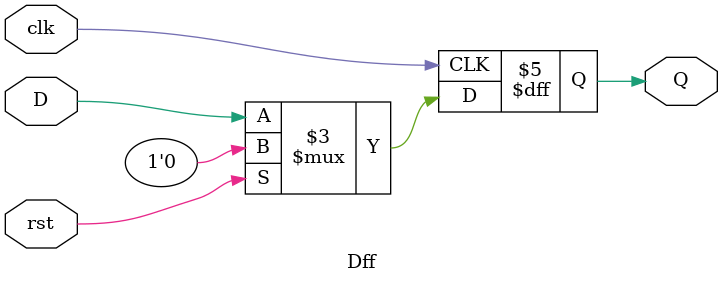
<source format=v>
`timescale 1ns / 1ps

module ring_design(input rst, clk,
output [2:0]Q
    );
    
    
    wire rst_bar, Q2_bar, Q1_bar, Q0_bar ;
    not n1(Q0_bar, Q[0]);
    not n2 (Q1_bar, Q[1]);
    not n3 (Q2_bar, Q[2]);
    
    wire Dff1, Dff2, Dff3, w1, w2 ;
    and a1(w1, Q2_bar, Q1_bar);
    and a2(w2, Q[2], Q[1]);
    or  a3(Dff1, Q[0], w1, w2);
    or  a4(Dff2, Q[2], Q1_bar, Q0_bar);
    or a5(Dff3, Q2_bar, Q[1], Q0_bar);
    
    D_ff ff1(.D(Q[0]), .clk(clk), .rst(rst), .Q(Q[2]));
    Dff ff2(.D(Q[2]), .clk(clk), .rst(rst), .Q(Q[1]));
    Dff ff3(.D(Q[1]), .clk(clk), .rst(rst), .Q(Q[0]));
    // we have to apply the condition such that if invalid number comes then it will go to 
    // if  =>  
   
endmodule

// making a Dflp flop
module D_ff(input D,input clk, input rst, 
output reg Q);
always@(negedge clk) begin
if(rst)
Q <= 1'b1;
else 
Q = D;
end
endmodule

// making a Dflp flop
module Dff(input D,input clk, input rst, 
output reg Q);
always@(negedge clk) begin
if(rst)
Q <= 1'b0;
else 
Q = D;
end
endmodule

//module D_latch(input D, clk, rst,
//output Q);
//wire Q_bar, clk_bar, D_bar;

//not n1(Q_bar, Q);
//not n2(clk_bar, clk);
//not n3(D_bar, D);
////  if rst = 1 Q = 0;
//wire a1, a2, a3;
//// this means if any of them is low all are low
//and g1(a1, D, Q_bar);
//and g2(a2, clk, D);
//and g3(a3, clk_bar, D_bar, Q);
//or( 
//endmodule
</source>
